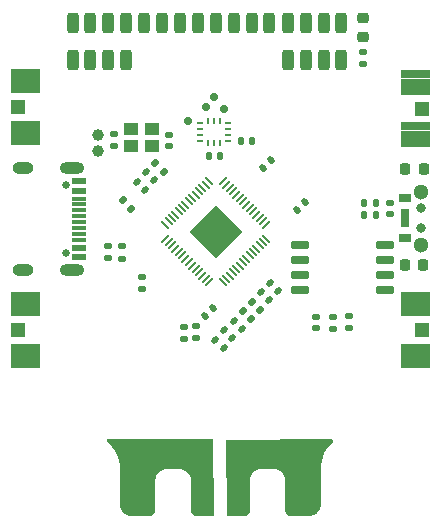
<source format=gbr>
%TF.GenerationSoftware,KiCad,Pcbnew,6.0.11-2627ca5db0~126~ubuntu22.04.1*%
%TF.CreationDate,2023-06-07T19:59:22+02:00*%
%TF.ProjectId,asac-fc-rev-b,61736163-2d66-4632-9d72-65762d622e6b,B*%
%TF.SameCoordinates,Original*%
%TF.FileFunction,Soldermask,Top*%
%TF.FilePolarity,Negative*%
%FSLAX46Y46*%
G04 Gerber Fmt 4.6, Leading zero omitted, Abs format (unit mm)*
G04 Created by KiCad (PCBNEW 6.0.11-2627ca5db0~126~ubuntu22.04.1) date 2023-06-07 19:59:22*
%MOMM*%
%LPD*%
G01*
G04 APERTURE LIST*
G04 Aperture macros list*
%AMRoundRect*
0 Rectangle with rounded corners*
0 $1 Rounding radius*
0 $2 $3 $4 $5 $6 $7 $8 $9 X,Y pos of 4 corners*
0 Add a 4 corners polygon primitive as box body*
4,1,4,$2,$3,$4,$5,$6,$7,$8,$9,$2,$3,0*
0 Add four circle primitives for the rounded corners*
1,1,$1+$1,$2,$3*
1,1,$1+$1,$4,$5*
1,1,$1+$1,$6,$7*
1,1,$1+$1,$8,$9*
0 Add four rect primitives between the rounded corners*
20,1,$1+$1,$2,$3,$4,$5,0*
20,1,$1+$1,$4,$5,$6,$7,0*
20,1,$1+$1,$6,$7,$8,$9,0*
20,1,$1+$1,$8,$9,$2,$3,0*%
%AMRotRect*
0 Rectangle, with rotation*
0 The origin of the aperture is its center*
0 $1 length*
0 $2 width*
0 $3 Rotation angle, in degrees counterclockwise*
0 Add horizontal line*
21,1,$1,$2,0,0,$3*%
G04 Aperture macros list end*
%ADD10RoundRect,0.150000X0.650000X0.150000X-0.650000X0.150000X-0.650000X-0.150000X0.650000X-0.150000X0*%
%ADD11RoundRect,0.140000X0.170000X-0.140000X0.170000X0.140000X-0.170000X0.140000X-0.170000X-0.140000X0*%
%ADD12RoundRect,0.140000X-0.021213X0.219203X-0.219203X0.021213X0.021213X-0.219203X0.219203X-0.021213X0*%
%ADD13R,0.475000X0.250000*%
%ADD14R,0.250000X0.475000*%
%ADD15R,0.850000X0.700000*%
%ADD16R,1.270000X1.270000*%
%ADD17RoundRect,0.140000X-0.219203X-0.021213X-0.021213X-0.219203X0.219203X0.021213X0.021213X0.219203X0*%
%ADD18RoundRect,0.135000X0.135000X0.185000X-0.135000X0.185000X-0.135000X-0.185000X0.135000X-0.185000X0*%
%ADD19RoundRect,0.140000X0.219203X0.021213X0.021213X0.219203X-0.219203X-0.021213X-0.021213X-0.219203X0*%
%ADD20C,1.000000*%
%ADD21C,0.650000*%
%ADD22O,2.100000X1.000000*%
%ADD23O,1.800000X1.000000*%
%ADD24R,1.150000X0.600000*%
%ADD25R,1.150000X0.300000*%
%ADD26C,1.300000*%
%ADD27R,0.800000X1.500000*%
%ADD28C,0.800000*%
%ADD29R,1.000000X0.800000*%
%ADD30RoundRect,0.135000X-0.226274X-0.035355X-0.035355X-0.226274X0.226274X0.035355X0.035355X0.226274X0*%
%ADD31RoundRect,0.140000X0.021213X-0.219203X0.219203X-0.021213X-0.021213X0.219203X-0.219203X0.021213X0*%
%ADD32RoundRect,0.218750X0.218750X0.256250X-0.218750X0.256250X-0.218750X-0.256250X0.218750X-0.256250X0*%
%ADD33C,0.700000*%
%ADD34RoundRect,0.250000X0.250000X-0.625000X0.250000X0.625000X-0.250000X0.625000X-0.250000X-0.625000X0*%
%ADD35RoundRect,0.140000X-0.170000X0.140000X-0.170000X-0.140000X0.170000X-0.140000X0.170000X0.140000X0*%
%ADD36RoundRect,0.135000X0.226274X0.035355X0.035355X0.226274X-0.226274X-0.035355X-0.035355X-0.226274X0*%
%ADD37RoundRect,0.135000X0.185000X-0.135000X0.185000X0.135000X-0.185000X0.135000X-0.185000X-0.135000X0*%
%ADD38RoundRect,0.135000X-0.185000X0.135000X-0.185000X-0.135000X0.185000X-0.135000X0.185000X0.135000X0*%
%ADD39R,1.150000X1.000000*%
%ADD40RoundRect,0.050000X0.238649X0.309359X-0.309359X-0.238649X-0.238649X-0.309359X0.309359X0.238649X0*%
%ADD41RoundRect,0.050000X-0.238649X0.309359X-0.309359X0.238649X0.238649X-0.309359X0.309359X-0.238649X0*%
%ADD42RotRect,3.200000X3.200000X225.000000*%
%ADD43RoundRect,0.140000X-0.140000X-0.170000X0.140000X-0.170000X0.140000X0.170000X-0.140000X0.170000X0*%
%ADD44RoundRect,0.218750X-0.256250X0.218750X-0.256250X-0.218750X0.256250X-0.218750X0.256250X0.218750X0*%
G04 APERTURE END LIST*
D10*
%TO.C,U3*%
X137990000Y-123475000D03*
X137990000Y-122205000D03*
X137990000Y-120935000D03*
X137990000Y-119665000D03*
X130790000Y-119665000D03*
X130790000Y-120935000D03*
X130790000Y-122205000D03*
X130790000Y-123475000D03*
%TD*%
D11*
%TO.C,C2*%
X115120000Y-111240000D03*
X115120000Y-110280000D03*
%TD*%
D12*
%TO.C,C13*%
X123469411Y-124970589D03*
X122790589Y-125649411D03*
%TD*%
D13*
%TO.C,U1*%
X122387500Y-109340000D03*
X122387500Y-109840000D03*
X122387500Y-110340000D03*
X122387500Y-110840000D03*
D14*
X123050000Y-111002500D03*
X123550000Y-111002500D03*
X124050000Y-111002500D03*
D13*
X124712500Y-110840000D03*
X124712500Y-110340000D03*
X124712500Y-109840000D03*
X124712500Y-109340000D03*
D14*
X124050000Y-109177500D03*
X123550000Y-109177500D03*
X123050000Y-109177500D03*
%TD*%
D15*
%TO.C,J4*%
X139775000Y-129750000D03*
X141375000Y-129050000D03*
X140575000Y-129050000D03*
X140575000Y-129750000D03*
X141375000Y-129750000D03*
X139775000Y-129050000D03*
X141375000Y-128350000D03*
X139775000Y-128350000D03*
X140575000Y-128350000D03*
D16*
X141175000Y-126850000D03*
D15*
X139775000Y-124650000D03*
X140575000Y-123950000D03*
X140575000Y-125350000D03*
X141375000Y-124650000D03*
X141375000Y-123950000D03*
X141375000Y-125350000D03*
X140575000Y-124650000D03*
X139775000Y-125350000D03*
X139775000Y-123950000D03*
%TD*%
D17*
%TO.C,C18*%
X128310589Y-122900589D03*
X128989411Y-123579411D03*
%TD*%
D15*
%TO.C,J9*%
X106749600Y-105777800D03*
X108349600Y-106477800D03*
X108349600Y-105777800D03*
X106749600Y-105077800D03*
X107549600Y-106477800D03*
X107549600Y-105777800D03*
X106749600Y-106477800D03*
X108349600Y-105077800D03*
X107549600Y-105077800D03*
D16*
X106949600Y-107977800D03*
D15*
X108349600Y-110177800D03*
X107549600Y-110177800D03*
X106749600Y-109477800D03*
X107549600Y-110877800D03*
X106749600Y-110177800D03*
X108349600Y-110877800D03*
X106749600Y-110877800D03*
X107549600Y-109477800D03*
X108349600Y-109477800D03*
%TD*%
D18*
%TO.C,R8*%
X137250000Y-116100000D03*
X136230000Y-116100000D03*
%TD*%
%TO.C,R9*%
X137280000Y-117120000D03*
X136260000Y-117120000D03*
%TD*%
D17*
%TO.C,C14*%
X123670589Y-127680589D03*
X124349411Y-128359411D03*
%TD*%
D19*
%TO.C,C12*%
X118479411Y-114139411D03*
X117800589Y-113460589D03*
%TD*%
%TO.C,C16*%
X117669411Y-114949411D03*
X116990589Y-114270589D03*
%TD*%
D20*
%TO.C,J7*%
X113742000Y-111660000D03*
X113742000Y-110360000D03*
%TD*%
D21*
%TO.C,J10*%
X111022500Y-114570000D03*
X111022500Y-120350000D03*
D22*
X111523500Y-113140000D03*
X111523500Y-121780000D03*
D23*
X107343500Y-113140000D03*
X107343500Y-121780000D03*
D24*
X112087500Y-120660000D03*
X112087500Y-114260000D03*
X112087500Y-119860000D03*
X112087500Y-115060000D03*
D25*
X112087500Y-116210000D03*
X112087500Y-117210000D03*
X112087500Y-117710000D03*
X112087500Y-118710000D03*
X112087500Y-119210000D03*
X112087500Y-118210000D03*
X112087500Y-116710000D03*
X112087500Y-115710000D03*
%TD*%
D26*
%TO.C,SW1*%
X141090000Y-119630000D03*
X141090000Y-115130000D03*
D27*
X139690000Y-117344000D03*
D28*
X141090000Y-118230000D03*
X141090000Y-116530000D03*
D29*
X139740000Y-115705000D03*
X139740000Y-119055000D03*
%TD*%
D30*
%TO.C,R1*%
X118569376Y-112709376D03*
X119290624Y-113430624D03*
%TD*%
D31*
%TO.C,C11*%
X127660589Y-113149411D03*
X128339411Y-112470589D03*
%TD*%
D32*
%TO.C,D3*%
X141277500Y-121330000D03*
X139702500Y-121330000D03*
%TD*%
D33*
%TO.C,TP3*%
X122850000Y-107930000D03*
%TD*%
D34*
%TO.C,J3*%
X111580000Y-104000000D03*
X113080000Y-104000000D03*
X114580000Y-104000000D03*
X116080000Y-104000000D03*
%TD*%
D17*
%TO.C,C7*%
X124420589Y-126880589D03*
X125099411Y-127559411D03*
%TD*%
D30*
%TO.C,R4*%
X115809376Y-115859376D03*
X116530624Y-116580624D03*
%TD*%
D35*
%TO.C,C9*%
X117410000Y-123330000D03*
X117410000Y-122370000D03*
%TD*%
D15*
%TO.C,J1*%
X139820000Y-105900000D03*
X141420000Y-106600000D03*
X141420000Y-105200000D03*
X139820000Y-105200000D03*
X140620000Y-105900000D03*
X140620000Y-105200000D03*
X140620000Y-106600000D03*
X139820000Y-106600000D03*
X141420000Y-105900000D03*
D16*
X141170000Y-108100000D03*
D15*
X139820000Y-111000000D03*
X140620000Y-110300000D03*
X140620000Y-111000000D03*
X141420000Y-110300000D03*
X139820000Y-109600000D03*
X141420000Y-111000000D03*
X140620000Y-109600000D03*
X139820000Y-110300000D03*
X141420000Y-109600000D03*
%TD*%
D36*
%TO.C,R3*%
X126710624Y-125920624D03*
X125989376Y-125199376D03*
%TD*%
D34*
%TO.C,J15*%
X123720000Y-100850000D03*
X125220000Y-100850000D03*
X126720000Y-100850000D03*
X128220000Y-100850000D03*
%TD*%
D37*
%TO.C,R12*%
X134970000Y-126690000D03*
X134970000Y-125670000D03*
%TD*%
D38*
%TO.C,R13*%
X133590000Y-125700000D03*
X133590000Y-126720000D03*
%TD*%
D39*
%TO.C,Y1*%
X118305000Y-109850000D03*
X116555000Y-109850000D03*
X116555000Y-111250000D03*
X118305000Y-111250000D03*
%TD*%
D40*
%TO.C,U2*%
X127972364Y-117934534D03*
X127689521Y-117651691D03*
X127406679Y-117368849D03*
X127123836Y-117086006D03*
X126840993Y-116803163D03*
X126558151Y-116520321D03*
X126275308Y-116237478D03*
X125992465Y-115954635D03*
X125709622Y-115671792D03*
X125426780Y-115388950D03*
X125143937Y-115106107D03*
X124861094Y-114823264D03*
X124578252Y-114540422D03*
X124295409Y-114257579D03*
D41*
X123111005Y-114257579D03*
X122828162Y-114540422D03*
X122545320Y-114823264D03*
X122262477Y-115106107D03*
X121979634Y-115388950D03*
X121696792Y-115671792D03*
X121413949Y-115954635D03*
X121131106Y-116237478D03*
X120848263Y-116520321D03*
X120565421Y-116803163D03*
X120282578Y-117086006D03*
X119999735Y-117368849D03*
X119716893Y-117651691D03*
X119434050Y-117934534D03*
D40*
X119434050Y-119118938D03*
X119716893Y-119401781D03*
X119999735Y-119684623D03*
X120282578Y-119967466D03*
X120565421Y-120250309D03*
X120848263Y-120533151D03*
X121131106Y-120815994D03*
X121413949Y-121098837D03*
X121696792Y-121381680D03*
X121979634Y-121664522D03*
X122262477Y-121947365D03*
X122545320Y-122230208D03*
X122828162Y-122513050D03*
X123111005Y-122795893D03*
D41*
X124295409Y-122795893D03*
X124578252Y-122513050D03*
X124861094Y-122230208D03*
X125143937Y-121947365D03*
X125426780Y-121664522D03*
X125709622Y-121381680D03*
X125992465Y-121098837D03*
X126275308Y-120815994D03*
X126558151Y-120533151D03*
X126840993Y-120250309D03*
X127123836Y-119967466D03*
X127406679Y-119684623D03*
X127689521Y-119401781D03*
X127972364Y-119118938D03*
D42*
X123703207Y-118526736D03*
%TD*%
D17*
%TO.C,C15*%
X125200589Y-126060589D03*
X125879411Y-126739411D03*
%TD*%
D37*
%TO.C,R10*%
X120980000Y-127570000D03*
X120980000Y-126550000D03*
%TD*%
D34*
%TO.C,J8*%
X117660000Y-100830000D03*
X119160000Y-100830000D03*
X120660000Y-100830000D03*
X122160000Y-100830000D03*
%TD*%
D36*
%TO.C,R2*%
X127470624Y-125180624D03*
X126749376Y-124459376D03*
%TD*%
D33*
%TO.C,TP2*%
X123550000Y-107120000D03*
%TD*%
D43*
%TO.C,C4*%
X125830000Y-110860000D03*
X126790000Y-110860000D03*
%TD*%
D38*
%TO.C,R11*%
X122050000Y-126540000D03*
X122050000Y-127560000D03*
%TD*%
D34*
%TO.C,J2*%
X129820000Y-104000000D03*
X131320000Y-104000000D03*
X132820000Y-104000000D03*
X134320000Y-104000000D03*
%TD*%
D17*
%TO.C,C8*%
X127530589Y-123660589D03*
X128209411Y-124339411D03*
%TD*%
D33*
%TO.C,TP4*%
X121360000Y-109120000D03*
%TD*%
D15*
%TO.C,J6*%
X107574600Y-129050000D03*
X107574600Y-128350000D03*
X107574600Y-129750000D03*
X108374600Y-128350000D03*
X108374600Y-129050000D03*
X106774600Y-129050000D03*
X108374600Y-129750000D03*
X106774600Y-129750000D03*
X106774600Y-128350000D03*
D16*
X106974600Y-126850000D03*
D15*
X108374600Y-123950000D03*
X107574600Y-124650000D03*
X107574600Y-125350000D03*
X108374600Y-125350000D03*
X106774600Y-124650000D03*
X108374600Y-124650000D03*
X107574600Y-123950000D03*
X106774600Y-125350000D03*
X106774600Y-123950000D03*
%TD*%
D35*
%TO.C,C1*%
X119760000Y-110320000D03*
X119760000Y-111280000D03*
%TD*%
D33*
%TO.C,TP1*%
X124360000Y-108130000D03*
%TD*%
D44*
%TO.C,D1*%
X136180000Y-100442500D03*
X136180000Y-102017500D03*
%TD*%
D34*
%TO.C,J5*%
X111580000Y-100840000D03*
X113080000Y-100840000D03*
X114580000Y-100840000D03*
X116080000Y-100840000D03*
%TD*%
D37*
%TO.C,R15*%
X114610000Y-120770000D03*
X114610000Y-119750000D03*
%TD*%
D34*
%TO.C,J12*%
X129820000Y-100830000D03*
X131320000Y-100830000D03*
X132820000Y-100830000D03*
X134320000Y-100830000D03*
%TD*%
D35*
%TO.C,C17*%
X132150000Y-125710000D03*
X132150000Y-126670000D03*
%TD*%
D38*
%TO.C,R16*%
X115780000Y-119770000D03*
X115780000Y-120790000D03*
%TD*%
D32*
%TO.C,D2*%
X141297500Y-113240000D03*
X139722500Y-113240000D03*
%TD*%
D38*
%TO.C,R7*%
X136190000Y-103270000D03*
X136190000Y-104290000D03*
%TD*%
D31*
%TO.C,C10*%
X130590589Y-116669411D03*
X131269411Y-115990589D03*
%TD*%
D43*
%TO.C,C3*%
X123100000Y-112110000D03*
X124060000Y-112110000D03*
%TD*%
D35*
%TO.C,C19*%
X138460000Y-116090000D03*
X138460000Y-117050000D03*
%TD*%
G36*
X133604926Y-136123588D02*
G01*
X133651516Y-136177160D01*
X133661747Y-136247415D01*
X133632370Y-136312049D01*
X133620957Y-136323660D01*
X133461304Y-136466335D01*
X133456335Y-136471304D01*
X133236863Y-136716894D01*
X133232457Y-136722419D01*
X133041872Y-136991022D01*
X133038120Y-136996993D01*
X132878804Y-137285253D01*
X132875739Y-137291617D01*
X132749704Y-137595894D01*
X132747371Y-137602561D01*
X132656193Y-137919047D01*
X132654625Y-137925916D01*
X132599455Y-138250623D01*
X132598665Y-138257636D01*
X132580100Y-138588225D01*
X132580000Y-138591782D01*
X132580000Y-141583813D01*
X132579393Y-141596163D01*
X132562002Y-141772737D01*
X132557184Y-141796963D01*
X132507482Y-141960809D01*
X132498029Y-141983629D01*
X132417319Y-142134628D01*
X132403596Y-142155166D01*
X132294980Y-142287515D01*
X132277515Y-142304980D01*
X132145166Y-142413596D01*
X132124628Y-142427319D01*
X131973629Y-142508029D01*
X131950809Y-142517482D01*
X131786963Y-142567184D01*
X131762737Y-142572002D01*
X131586163Y-142589393D01*
X131573813Y-142590000D01*
X130088258Y-142590000D01*
X130071812Y-142588922D01*
X129967037Y-142575128D01*
X129935265Y-142566615D01*
X129845326Y-142529361D01*
X129816840Y-142512914D01*
X129739607Y-142453651D01*
X129716349Y-142430393D01*
X129657086Y-142353160D01*
X129640639Y-142324674D01*
X129603385Y-142234735D01*
X129594872Y-142202963D01*
X129581078Y-142098188D01*
X129580000Y-142081742D01*
X129580000Y-139593092D01*
X129579697Y-139586920D01*
X129561392Y-139401076D01*
X129558988Y-139388984D01*
X129505675Y-139213235D01*
X129500964Y-139201862D01*
X129414390Y-139039893D01*
X129407539Y-139029640D01*
X129291034Y-138887678D01*
X129282322Y-138878966D01*
X129140360Y-138762461D01*
X129130107Y-138755610D01*
X128968138Y-138669036D01*
X128956765Y-138664325D01*
X128781016Y-138611012D01*
X128768924Y-138608608D01*
X128583080Y-138590303D01*
X128576908Y-138590000D01*
X127583092Y-138590000D01*
X127576920Y-138590303D01*
X127391076Y-138608608D01*
X127378984Y-138611012D01*
X127203235Y-138664325D01*
X127191862Y-138669036D01*
X127029893Y-138755610D01*
X127019640Y-138762461D01*
X126877678Y-138878966D01*
X126868966Y-138887678D01*
X126752461Y-139029640D01*
X126745610Y-139039893D01*
X126659036Y-139201862D01*
X126654325Y-139213235D01*
X126601012Y-139388984D01*
X126598608Y-139401076D01*
X126580303Y-139586920D01*
X126580000Y-139593092D01*
X126580000Y-142081742D01*
X126578922Y-142098188D01*
X126565128Y-142202963D01*
X126556615Y-142234735D01*
X126519361Y-142324674D01*
X126502914Y-142353160D01*
X126443651Y-142430393D01*
X126420393Y-142453651D01*
X126343160Y-142512914D01*
X126314674Y-142529361D01*
X126224735Y-142566615D01*
X126192963Y-142575128D01*
X126088188Y-142588922D01*
X126071742Y-142590000D01*
X124744164Y-142590000D01*
X124676043Y-142569998D01*
X124629550Y-142516342D01*
X124618179Y-142465949D01*
X124521976Y-136247718D01*
X124540922Y-136179296D01*
X124593852Y-136131979D01*
X124647733Y-136119769D01*
X133536769Y-136103709D01*
X133604926Y-136123588D01*
G37*
G36*
X123423066Y-136070158D02*
G01*
X123469704Y-136123687D01*
X123481227Y-136175105D01*
X123542871Y-142462765D01*
X123523538Y-142531078D01*
X123470340Y-142578095D01*
X123416877Y-142590000D01*
X122088258Y-142590000D01*
X122071812Y-142588922D01*
X121967037Y-142575128D01*
X121935265Y-142566615D01*
X121845326Y-142529361D01*
X121816840Y-142512914D01*
X121739607Y-142453651D01*
X121716349Y-142430393D01*
X121657086Y-142353160D01*
X121640639Y-142324674D01*
X121603385Y-142234735D01*
X121594872Y-142202963D01*
X121581078Y-142098188D01*
X121580000Y-142081742D01*
X121580000Y-139593092D01*
X121579697Y-139586920D01*
X121561392Y-139401076D01*
X121558988Y-139388984D01*
X121505675Y-139213235D01*
X121500964Y-139201862D01*
X121414390Y-139039893D01*
X121407539Y-139029640D01*
X121291034Y-138887678D01*
X121282322Y-138878966D01*
X121140360Y-138762461D01*
X121130107Y-138755610D01*
X120968138Y-138669036D01*
X120956765Y-138664325D01*
X120781016Y-138611012D01*
X120768924Y-138608608D01*
X120583080Y-138590303D01*
X120576908Y-138590000D01*
X119583092Y-138590000D01*
X119576920Y-138590303D01*
X119391076Y-138608608D01*
X119378984Y-138611012D01*
X119203235Y-138664325D01*
X119191862Y-138669036D01*
X119029893Y-138755610D01*
X119019640Y-138762461D01*
X118877678Y-138878966D01*
X118868966Y-138887678D01*
X118752461Y-139029640D01*
X118745610Y-139039893D01*
X118659036Y-139201862D01*
X118654325Y-139213235D01*
X118601012Y-139388984D01*
X118598608Y-139401076D01*
X118580303Y-139586920D01*
X118580000Y-139593092D01*
X118580000Y-142081742D01*
X118578922Y-142098188D01*
X118565128Y-142202963D01*
X118556615Y-142234735D01*
X118519361Y-142324674D01*
X118502914Y-142353160D01*
X118443651Y-142430393D01*
X118420393Y-142453651D01*
X118343160Y-142512914D01*
X118314674Y-142529361D01*
X118224735Y-142566615D01*
X118192963Y-142575128D01*
X118088188Y-142588922D01*
X118071742Y-142590000D01*
X116586187Y-142590000D01*
X116573837Y-142589393D01*
X116397263Y-142572002D01*
X116373037Y-142567184D01*
X116209191Y-142517482D01*
X116186371Y-142508029D01*
X116035372Y-142427319D01*
X116014834Y-142413596D01*
X115882485Y-142304980D01*
X115865020Y-142287515D01*
X115756404Y-142155166D01*
X115742681Y-142134628D01*
X115661971Y-141983629D01*
X115652518Y-141960809D01*
X115602816Y-141796963D01*
X115597998Y-141772737D01*
X115580607Y-141596163D01*
X115580000Y-141583813D01*
X115580000Y-138591782D01*
X115579900Y-138588225D01*
X115561335Y-138257636D01*
X115560545Y-138250623D01*
X115505375Y-137925916D01*
X115503807Y-137919047D01*
X115412629Y-137602561D01*
X115410296Y-137595894D01*
X115284261Y-137291617D01*
X115281196Y-137285253D01*
X115121880Y-136996993D01*
X115118128Y-136991022D01*
X114927543Y-136722419D01*
X114923137Y-136716894D01*
X114703665Y-136471304D01*
X114698696Y-136466335D01*
X114505952Y-136294088D01*
X114468487Y-136233781D01*
X114469573Y-136162793D01*
X114508866Y-136103661D01*
X114573891Y-136075160D01*
X114589570Y-136074137D01*
X123354891Y-136050340D01*
X123423066Y-136070158D01*
G37*
M02*

</source>
